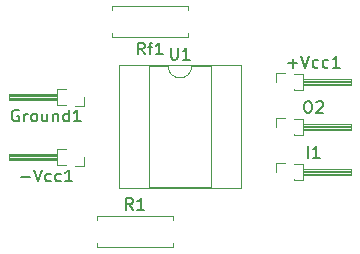
<source format=gbr>
G04 #@! TF.FileFunction,Legend,Top*
%FSLAX46Y46*%
G04 Gerber Fmt 4.6, Leading zero omitted, Abs format (unit mm)*
G04 Created by KiCad (PCBNEW 4.0.7) date 01/25/19 00:49:24*
%MOMM*%
%LPD*%
G01*
G04 APERTURE LIST*
%ADD10C,0.100000*%
%ADD11C,0.120000*%
%ADD12C,0.150000*%
G04 APERTURE END LIST*
D10*
D11*
X160780000Y-88205000D02*
X161580000Y-88205000D01*
X161580000Y-88205000D02*
X161580000Y-89595000D01*
X161580000Y-89595000D02*
X160780000Y-89595000D01*
X160780000Y-89595000D02*
X160780000Y-89519677D01*
X161580000Y-88640000D02*
X165580000Y-88640000D01*
X165580000Y-88640000D02*
X165580000Y-89160000D01*
X165580000Y-89160000D02*
X161580000Y-89160000D01*
X161580000Y-88700000D02*
X165580000Y-88700000D01*
X161580000Y-88820000D02*
X165580000Y-88820000D01*
X161580000Y-88940000D02*
X165580000Y-88940000D01*
X161580000Y-89060000D02*
X165580000Y-89060000D01*
X159260000Y-88900000D02*
X159260000Y-88140000D01*
X159260000Y-88140000D02*
X160020000Y-88140000D01*
X141480000Y-95945000D02*
X140680000Y-95945000D01*
X140680000Y-95945000D02*
X140680000Y-94555000D01*
X140680000Y-94555000D02*
X141480000Y-94555000D01*
X141480000Y-94555000D02*
X141480000Y-94630323D01*
X140680000Y-95510000D02*
X136680000Y-95510000D01*
X136680000Y-95510000D02*
X136680000Y-94990000D01*
X136680000Y-94990000D02*
X140680000Y-94990000D01*
X140680000Y-95450000D02*
X136680000Y-95450000D01*
X140680000Y-95330000D02*
X136680000Y-95330000D01*
X140680000Y-95210000D02*
X136680000Y-95210000D01*
X140680000Y-95090000D02*
X136680000Y-95090000D01*
X143000000Y-95250000D02*
X143000000Y-96010000D01*
X143000000Y-96010000D02*
X142240000Y-96010000D01*
X141480000Y-90865000D02*
X140680000Y-90865000D01*
X140680000Y-90865000D02*
X140680000Y-89475000D01*
X140680000Y-89475000D02*
X141480000Y-89475000D01*
X141480000Y-89475000D02*
X141480000Y-89550323D01*
X140680000Y-90430000D02*
X136680000Y-90430000D01*
X136680000Y-90430000D02*
X136680000Y-89910000D01*
X136680000Y-89910000D02*
X140680000Y-89910000D01*
X140680000Y-90370000D02*
X136680000Y-90370000D01*
X140680000Y-90250000D02*
X136680000Y-90250000D01*
X140680000Y-90130000D02*
X136680000Y-90130000D01*
X140680000Y-90010000D02*
X136680000Y-90010000D01*
X143000000Y-90170000D02*
X143000000Y-90930000D01*
X143000000Y-90930000D02*
X142240000Y-90930000D01*
X160780000Y-95825000D02*
X161580000Y-95825000D01*
X161580000Y-95825000D02*
X161580000Y-97215000D01*
X161580000Y-97215000D02*
X160780000Y-97215000D01*
X160780000Y-97215000D02*
X160780000Y-97139677D01*
X161580000Y-96260000D02*
X165580000Y-96260000D01*
X165580000Y-96260000D02*
X165580000Y-96780000D01*
X165580000Y-96780000D02*
X161580000Y-96780000D01*
X161580000Y-96320000D02*
X165580000Y-96320000D01*
X161580000Y-96440000D02*
X165580000Y-96440000D01*
X161580000Y-96560000D02*
X165580000Y-96560000D01*
X161580000Y-96680000D02*
X165580000Y-96680000D01*
X159260000Y-96520000D02*
X159260000Y-95760000D01*
X159260000Y-95760000D02*
X160020000Y-95760000D01*
X160780000Y-92015000D02*
X161580000Y-92015000D01*
X161580000Y-92015000D02*
X161580000Y-93405000D01*
X161580000Y-93405000D02*
X160780000Y-93405000D01*
X160780000Y-93405000D02*
X160780000Y-93329677D01*
X161580000Y-92450000D02*
X165580000Y-92450000D01*
X165580000Y-92450000D02*
X165580000Y-92970000D01*
X165580000Y-92970000D02*
X161580000Y-92970000D01*
X161580000Y-92510000D02*
X165580000Y-92510000D01*
X161580000Y-92630000D02*
X165580000Y-92630000D01*
X161580000Y-92750000D02*
X165580000Y-92750000D01*
X161580000Y-92870000D02*
X165580000Y-92870000D01*
X159260000Y-92710000D02*
X159260000Y-91950000D01*
X159260000Y-91950000D02*
X160020000Y-91950000D01*
X144110000Y-100620000D02*
X144110000Y-100290000D01*
X144110000Y-100290000D02*
X150530000Y-100290000D01*
X150530000Y-100290000D02*
X150530000Y-100620000D01*
X144110000Y-102580000D02*
X144110000Y-102910000D01*
X144110000Y-102910000D02*
X150530000Y-102910000D01*
X150530000Y-102910000D02*
X150530000Y-102580000D01*
X151800000Y-84800000D02*
X151800000Y-85130000D01*
X151800000Y-85130000D02*
X145380000Y-85130000D01*
X145380000Y-85130000D02*
X145380000Y-84800000D01*
X151800000Y-82840000D02*
X151800000Y-82510000D01*
X151800000Y-82510000D02*
X145380000Y-82510000D01*
X145380000Y-82510000D02*
X145380000Y-82840000D01*
X152130000Y-87570000D02*
G75*
G02X150130000Y-87570000I-1000000J0D01*
G01*
X150130000Y-87570000D02*
X148480000Y-87570000D01*
X148480000Y-87570000D02*
X148480000Y-97850000D01*
X148480000Y-97850000D02*
X153780000Y-97850000D01*
X153780000Y-97850000D02*
X153780000Y-87570000D01*
X153780000Y-87570000D02*
X152130000Y-87570000D01*
X145990000Y-87510000D02*
X145990000Y-97910000D01*
X145990000Y-97910000D02*
X156270000Y-97910000D01*
X156270000Y-97910000D02*
X156270000Y-87510000D01*
X156270000Y-87510000D02*
X145990000Y-87510000D01*
D12*
X160309643Y-87336429D02*
X161071548Y-87336429D01*
X160690596Y-87717381D02*
X160690596Y-86955476D01*
X161404881Y-86717381D02*
X161738214Y-87717381D01*
X162071548Y-86717381D01*
X162833453Y-87669762D02*
X162738215Y-87717381D01*
X162547738Y-87717381D01*
X162452500Y-87669762D01*
X162404881Y-87622143D01*
X162357262Y-87526905D01*
X162357262Y-87241190D01*
X162404881Y-87145952D01*
X162452500Y-87098333D01*
X162547738Y-87050714D01*
X162738215Y-87050714D01*
X162833453Y-87098333D01*
X163690596Y-87669762D02*
X163595358Y-87717381D01*
X163404881Y-87717381D01*
X163309643Y-87669762D01*
X163262024Y-87622143D01*
X163214405Y-87526905D01*
X163214405Y-87241190D01*
X163262024Y-87145952D01*
X163309643Y-87098333D01*
X163404881Y-87050714D01*
X163595358Y-87050714D01*
X163690596Y-87098333D01*
X164642977Y-87717381D02*
X164071548Y-87717381D01*
X164357262Y-87717381D02*
X164357262Y-86717381D01*
X164262024Y-86860238D01*
X164166786Y-86955476D01*
X164071548Y-87003095D01*
X137664643Y-96956429D02*
X138426548Y-96956429D01*
X138759881Y-96337381D02*
X139093214Y-97337381D01*
X139426548Y-96337381D01*
X140188453Y-97289762D02*
X140093215Y-97337381D01*
X139902738Y-97337381D01*
X139807500Y-97289762D01*
X139759881Y-97242143D01*
X139712262Y-97146905D01*
X139712262Y-96861190D01*
X139759881Y-96765952D01*
X139807500Y-96718333D01*
X139902738Y-96670714D01*
X140093215Y-96670714D01*
X140188453Y-96718333D01*
X141045596Y-97289762D02*
X140950358Y-97337381D01*
X140759881Y-97337381D01*
X140664643Y-97289762D01*
X140617024Y-97242143D01*
X140569405Y-97146905D01*
X140569405Y-96861190D01*
X140617024Y-96765952D01*
X140664643Y-96718333D01*
X140759881Y-96670714D01*
X140950358Y-96670714D01*
X141045596Y-96718333D01*
X141997977Y-97337381D02*
X141426548Y-97337381D01*
X141712262Y-97337381D02*
X141712262Y-96337381D01*
X141617024Y-96480238D01*
X141521786Y-96575476D01*
X141426548Y-96623095D01*
X137474167Y-91305000D02*
X137378929Y-91257381D01*
X137236072Y-91257381D01*
X137093214Y-91305000D01*
X136997976Y-91400238D01*
X136950357Y-91495476D01*
X136902738Y-91685952D01*
X136902738Y-91828810D01*
X136950357Y-92019286D01*
X136997976Y-92114524D01*
X137093214Y-92209762D01*
X137236072Y-92257381D01*
X137331310Y-92257381D01*
X137474167Y-92209762D01*
X137521786Y-92162143D01*
X137521786Y-91828810D01*
X137331310Y-91828810D01*
X137950357Y-92257381D02*
X137950357Y-91590714D01*
X137950357Y-91781190D02*
X137997976Y-91685952D01*
X138045595Y-91638333D01*
X138140833Y-91590714D01*
X138236072Y-91590714D01*
X138712262Y-92257381D02*
X138617024Y-92209762D01*
X138569405Y-92162143D01*
X138521786Y-92066905D01*
X138521786Y-91781190D01*
X138569405Y-91685952D01*
X138617024Y-91638333D01*
X138712262Y-91590714D01*
X138855120Y-91590714D01*
X138950358Y-91638333D01*
X138997977Y-91685952D01*
X139045596Y-91781190D01*
X139045596Y-92066905D01*
X138997977Y-92162143D01*
X138950358Y-92209762D01*
X138855120Y-92257381D01*
X138712262Y-92257381D01*
X139902739Y-91590714D02*
X139902739Y-92257381D01*
X139474167Y-91590714D02*
X139474167Y-92114524D01*
X139521786Y-92209762D01*
X139617024Y-92257381D01*
X139759882Y-92257381D01*
X139855120Y-92209762D01*
X139902739Y-92162143D01*
X140378929Y-91590714D02*
X140378929Y-92257381D01*
X140378929Y-91685952D02*
X140426548Y-91638333D01*
X140521786Y-91590714D01*
X140664644Y-91590714D01*
X140759882Y-91638333D01*
X140807501Y-91733571D01*
X140807501Y-92257381D01*
X141712263Y-92257381D02*
X141712263Y-91257381D01*
X141712263Y-92209762D02*
X141617025Y-92257381D01*
X141426548Y-92257381D01*
X141331310Y-92209762D01*
X141283691Y-92162143D01*
X141236072Y-92066905D01*
X141236072Y-91781190D01*
X141283691Y-91685952D01*
X141331310Y-91638333D01*
X141426548Y-91590714D01*
X141617025Y-91590714D01*
X141712263Y-91638333D01*
X142712263Y-92257381D02*
X142140834Y-92257381D01*
X142426548Y-92257381D02*
X142426548Y-91257381D01*
X142331310Y-91400238D01*
X142236072Y-91495476D01*
X142140834Y-91543095D01*
X161976310Y-95337381D02*
X161976310Y-94337381D01*
X162976310Y-95337381D02*
X162404881Y-95337381D01*
X162690595Y-95337381D02*
X162690595Y-94337381D01*
X162595357Y-94480238D01*
X162500119Y-94575476D01*
X162404881Y-94623095D01*
X161881071Y-90527381D02*
X162071548Y-90527381D01*
X162166786Y-90575000D01*
X162262024Y-90670238D01*
X162309643Y-90860714D01*
X162309643Y-91194048D01*
X162262024Y-91384524D01*
X162166786Y-91479762D01*
X162071548Y-91527381D01*
X161881071Y-91527381D01*
X161785833Y-91479762D01*
X161690595Y-91384524D01*
X161642976Y-91194048D01*
X161642976Y-90860714D01*
X161690595Y-90670238D01*
X161785833Y-90575000D01*
X161881071Y-90527381D01*
X162690595Y-90622619D02*
X162738214Y-90575000D01*
X162833452Y-90527381D01*
X163071548Y-90527381D01*
X163166786Y-90575000D01*
X163214405Y-90622619D01*
X163262024Y-90717857D01*
X163262024Y-90813095D01*
X163214405Y-90955952D01*
X162642976Y-91527381D01*
X163262024Y-91527381D01*
X147153334Y-99742381D02*
X146820000Y-99266190D01*
X146581905Y-99742381D02*
X146581905Y-98742381D01*
X146962858Y-98742381D01*
X147058096Y-98790000D01*
X147105715Y-98837619D01*
X147153334Y-98932857D01*
X147153334Y-99075714D01*
X147105715Y-99170952D01*
X147058096Y-99218571D01*
X146962858Y-99266190D01*
X146581905Y-99266190D01*
X148105715Y-99742381D02*
X147534286Y-99742381D01*
X147820000Y-99742381D02*
X147820000Y-98742381D01*
X147724762Y-98885238D01*
X147629524Y-98980476D01*
X147534286Y-99028095D01*
X148137619Y-86582381D02*
X147804285Y-86106190D01*
X147566190Y-86582381D02*
X147566190Y-85582381D01*
X147947143Y-85582381D01*
X148042381Y-85630000D01*
X148090000Y-85677619D01*
X148137619Y-85772857D01*
X148137619Y-85915714D01*
X148090000Y-86010952D01*
X148042381Y-86058571D01*
X147947143Y-86106190D01*
X147566190Y-86106190D01*
X148423333Y-85915714D02*
X148804285Y-85915714D01*
X148566190Y-86582381D02*
X148566190Y-85725238D01*
X148613809Y-85630000D01*
X148709047Y-85582381D01*
X148804285Y-85582381D01*
X149661429Y-86582381D02*
X149090000Y-86582381D01*
X149375714Y-86582381D02*
X149375714Y-85582381D01*
X149280476Y-85725238D01*
X149185238Y-85820476D01*
X149090000Y-85868095D01*
X150368095Y-86022381D02*
X150368095Y-86831905D01*
X150415714Y-86927143D01*
X150463333Y-86974762D01*
X150558571Y-87022381D01*
X150749048Y-87022381D01*
X150844286Y-86974762D01*
X150891905Y-86927143D01*
X150939524Y-86831905D01*
X150939524Y-86022381D01*
X151939524Y-87022381D02*
X151368095Y-87022381D01*
X151653809Y-87022381D02*
X151653809Y-86022381D01*
X151558571Y-86165238D01*
X151463333Y-86260476D01*
X151368095Y-86308095D01*
M02*

</source>
